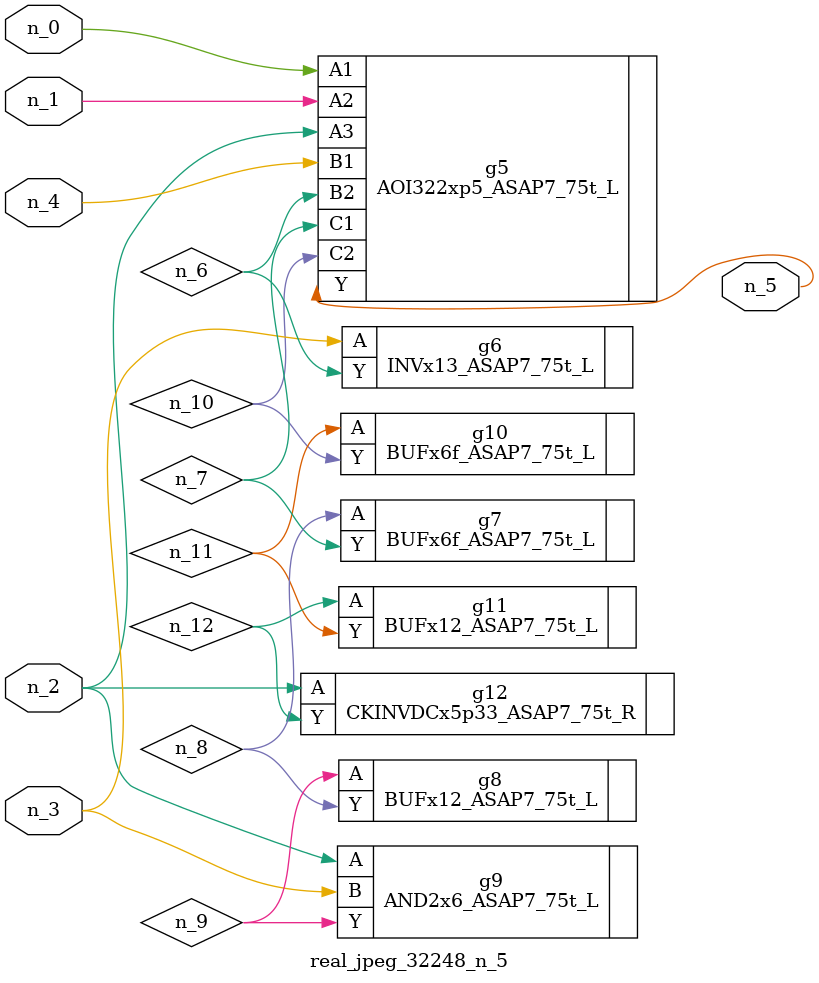
<source format=v>
module real_jpeg_32248_n_5 (n_4, n_0, n_1, n_2, n_3, n_5);

input n_4;
input n_0;
input n_1;
input n_2;
input n_3;

output n_5;

wire n_12;
wire n_8;
wire n_11;
wire n_6;
wire n_7;
wire n_10;
wire n_9;

AOI322xp5_ASAP7_75t_L g5 ( 
.A1(n_0),
.A2(n_1),
.A3(n_2),
.B1(n_4),
.B2(n_6),
.C1(n_7),
.C2(n_10),
.Y(n_5)
);

AND2x6_ASAP7_75t_L g9 ( 
.A(n_2),
.B(n_3),
.Y(n_9)
);

CKINVDCx5p33_ASAP7_75t_R g12 ( 
.A(n_2),
.Y(n_12)
);

INVx13_ASAP7_75t_L g6 ( 
.A(n_3),
.Y(n_6)
);

BUFx6f_ASAP7_75t_L g7 ( 
.A(n_8),
.Y(n_7)
);

BUFx12_ASAP7_75t_L g8 ( 
.A(n_9),
.Y(n_8)
);

BUFx6f_ASAP7_75t_L g10 ( 
.A(n_11),
.Y(n_10)
);

BUFx12_ASAP7_75t_L g11 ( 
.A(n_12),
.Y(n_11)
);


endmodule
</source>
